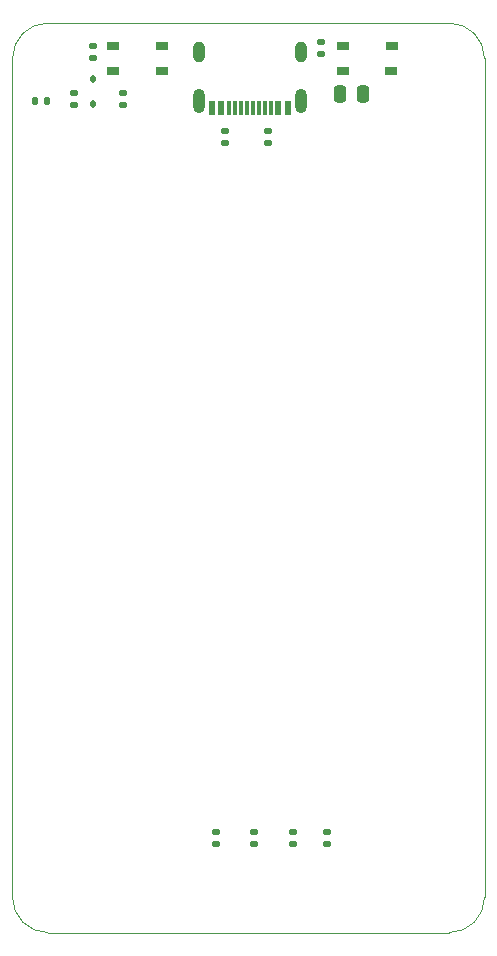
<source format=gbr>
%TF.GenerationSoftware,KiCad,Pcbnew,7.0.7*%
%TF.CreationDate,2024-10-30T16:35:34+00:00*%
%TF.ProjectId,Ponder-Pico2,506f6e64-6572-42d5-9069-636f322e6b69,0.1*%
%TF.SameCoordinates,Original*%
%TF.FileFunction,Paste,Top*%
%TF.FilePolarity,Positive*%
%FSLAX46Y46*%
G04 Gerber Fmt 4.6, Leading zero omitted, Abs format (unit mm)*
G04 Created by KiCad (PCBNEW 7.0.7) date 2024-10-30 16:35:34*
%MOMM*%
%LPD*%
G01*
G04 APERTURE LIST*
G04 Aperture macros list*
%AMRoundRect*
0 Rectangle with rounded corners*
0 $1 Rounding radius*
0 $2 $3 $4 $5 $6 $7 $8 $9 X,Y pos of 4 corners*
0 Add a 4 corners polygon primitive as box body*
4,1,4,$2,$3,$4,$5,$6,$7,$8,$9,$2,$3,0*
0 Add four circle primitives for the rounded corners*
1,1,$1+$1,$2,$3*
1,1,$1+$1,$4,$5*
1,1,$1+$1,$6,$7*
1,1,$1+$1,$8,$9*
0 Add four rect primitives between the rounded corners*
20,1,$1+$1,$2,$3,$4,$5,0*
20,1,$1+$1,$4,$5,$6,$7,0*
20,1,$1+$1,$6,$7,$8,$9,0*
20,1,$1+$1,$8,$9,$2,$3,0*%
G04 Aperture macros list end*
%ADD10R,0.600000X1.150000*%
%ADD11R,0.300000X1.150000*%
%ADD12O,1.000000X2.100000*%
%ADD13O,1.000000X1.800000*%
%ADD14RoundRect,0.135000X-0.185000X0.135000X-0.185000X-0.135000X0.185000X-0.135000X0.185000X0.135000X0*%
%ADD15RoundRect,0.135000X0.185000X-0.135000X0.185000X0.135000X-0.185000X0.135000X-0.185000X-0.135000X0*%
%ADD16RoundRect,0.112500X-0.112500X0.187500X-0.112500X-0.187500X0.112500X-0.187500X0.112500X0.187500X0*%
%ADD17RoundRect,0.250000X-0.250000X-0.475000X0.250000X-0.475000X0.250000X0.475000X-0.250000X0.475000X0*%
%ADD18RoundRect,0.135000X-0.135000X-0.185000X0.135000X-0.185000X0.135000X0.185000X-0.135000X0.185000X0*%
%ADD19R,1.050000X0.650000*%
%TA.AperFunction,Profile*%
%ADD20C,0.100000*%
%TD*%
G04 APERTURE END LIST*
D10*
%TO.C,J1*%
X143900000Y-80180000D03*
X143100000Y-80180000D03*
D11*
X141950000Y-80180000D03*
X140950000Y-80180000D03*
X140450000Y-80180000D03*
X139450000Y-80180000D03*
D10*
X138300000Y-80180000D03*
X137500000Y-80180000D03*
X137500000Y-80180000D03*
X138300000Y-80180000D03*
D11*
X138950000Y-80180000D03*
X139950000Y-80180000D03*
X141450000Y-80180000D03*
X142450000Y-80180000D03*
D10*
X143100000Y-80180000D03*
X143900000Y-80180000D03*
D12*
X145020000Y-79605000D03*
D13*
X145020000Y-75425000D03*
D12*
X136380000Y-79605000D03*
D13*
X136380000Y-75425000D03*
%TD*%
D14*
%TO.C,R4*%
X146700000Y-74590000D03*
X146700000Y-75610000D03*
%TD*%
%TO.C,R47*%
X147215000Y-141490000D03*
X147215000Y-142510000D03*
%TD*%
D15*
%TO.C,R2*%
X138600000Y-83110000D03*
X138600000Y-82090000D03*
%TD*%
D16*
%TO.C,D10*%
X127400000Y-77750000D03*
X127400000Y-79850000D03*
%TD*%
D14*
%TO.C,R45*%
X137865000Y-141490000D03*
X137865000Y-142510000D03*
%TD*%
D15*
%TO.C,R1*%
X142200000Y-83110000D03*
X142200000Y-82090000D03*
%TD*%
D17*
%TO.C,C13*%
X148350000Y-79000000D03*
X150250000Y-79000000D03*
%TD*%
D15*
%TO.C,R44*%
X125800000Y-79910000D03*
X125800000Y-78890000D03*
%TD*%
D18*
%TO.C,R43*%
X122490000Y-79600000D03*
X123510000Y-79600000D03*
%TD*%
D14*
%TO.C,R48*%
X144315000Y-141490000D03*
X144315000Y-142510000D03*
%TD*%
D19*
%TO.C,SW2*%
X129150000Y-74925000D03*
X133300000Y-74925000D03*
X129150000Y-77075000D03*
X133275000Y-77075000D03*
%TD*%
D14*
%TO.C,R46*%
X141065000Y-141490000D03*
X141065000Y-142510000D03*
%TD*%
D19*
%TO.C,SW1*%
X148550000Y-74925000D03*
X152700000Y-74925000D03*
X148550000Y-77075000D03*
X152675000Y-77075000D03*
%TD*%
D14*
%TO.C,R8*%
X127400000Y-74890000D03*
X127400000Y-75910000D03*
%TD*%
%TO.C,R7*%
X130000000Y-78890000D03*
X130000000Y-79910000D03*
%TD*%
D20*
X120600000Y-146987500D02*
X120600000Y-75985000D01*
X160575000Y-75985000D02*
G75*
G03*
X157575000Y-72985000I-3000000J0D01*
G01*
X123600000Y-72985000D02*
G75*
G03*
X120600000Y-75985000I0J-3000000D01*
G01*
X120600000Y-146987500D02*
G75*
G03*
X123612500Y-150000000I3012500J0D01*
G01*
X123600000Y-72985000D02*
X157575000Y-72985000D01*
X157587500Y-150000000D02*
G75*
G03*
X160575000Y-147012500I0J2987500D01*
G01*
X157587500Y-150000000D02*
X123612500Y-150000000D01*
X160575000Y-75985000D02*
X160575000Y-147012500D01*
M02*

</source>
